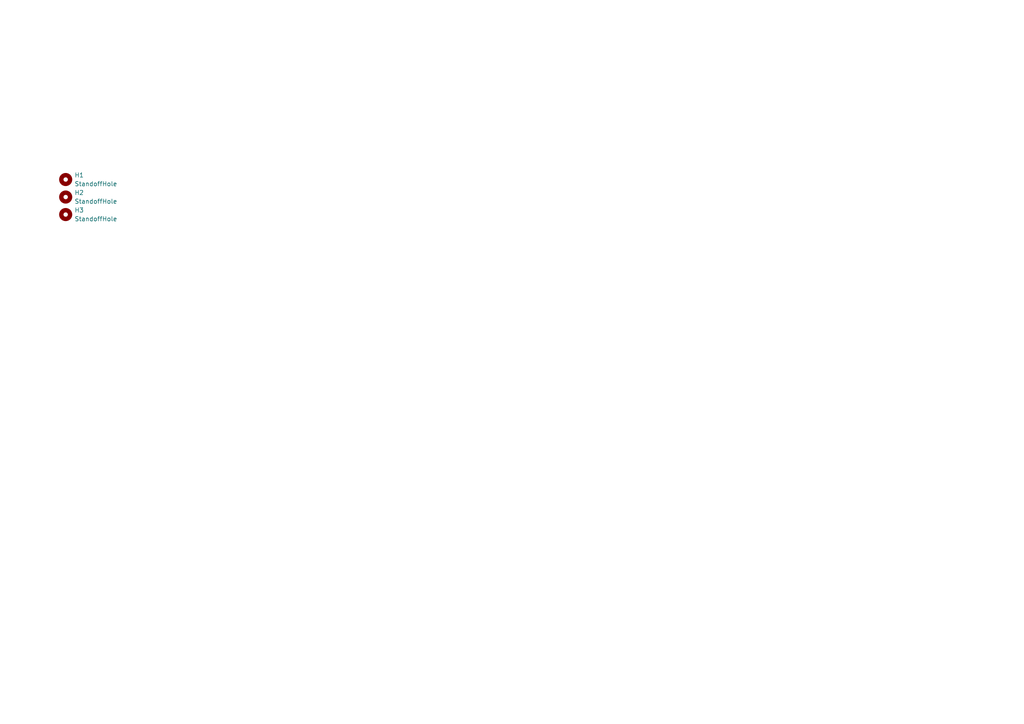
<source format=kicad_sch>
(kicad_sch (version 20230121) (generator eeschema)
  (paper "A4")
  (lib_symbols
    (symbol "Mechanical:MountingHole" (pin_names (offset 1.016))
      (property "Reference" "H" (at 0 5.08 0))
      (property "Value" "MountingHole" (at 0 3.175 0))
      (symbol "MountingHole_0_1"
        (circle (center 0 0) (radius 1.27) (stroke (width 1.27)))
      )
    )
  )
  (symbol (lib_id "Mechanical:MountingHole") (at 19.05 62.23 0) (unit 1)
    (property "Reference" "H3" (at 21.59 60.96 0) (effects (justify left)))
    (property "Value" "StandoffHole" (at 21.59 63.5 0) (effects (justify left)))
    (property "Footprint" "s1:Hole_2.2mm" (effects hide))
  )
  (symbol (lib_id "Mechanical:MountingHole") (at 19.05 52.07 0) (unit 1)
    (property "Reference" "H1" (at 21.59 50.8 0) (effects (justify left)))
    (property "Value" "StandoffHole" (at 21.59 53.34 0) (effects (justify left)))
    (property "Footprint" "s1:Hole_2.2mm" (effects hide))
  )
  (symbol (lib_id "Mechanical:MountingHole") (at 19.05 57.15 0) (unit 1)
    (property "Reference" "H2" (at 21.59 55.88 0) (effects (justify left)))
    (property "Value" "StandoffHole" (at 21.59 58.42 0) (effects (justify left)))
    (property "Footprint" "s1:Hole_2.2mm" (effects hide))
  )
)
</source>
